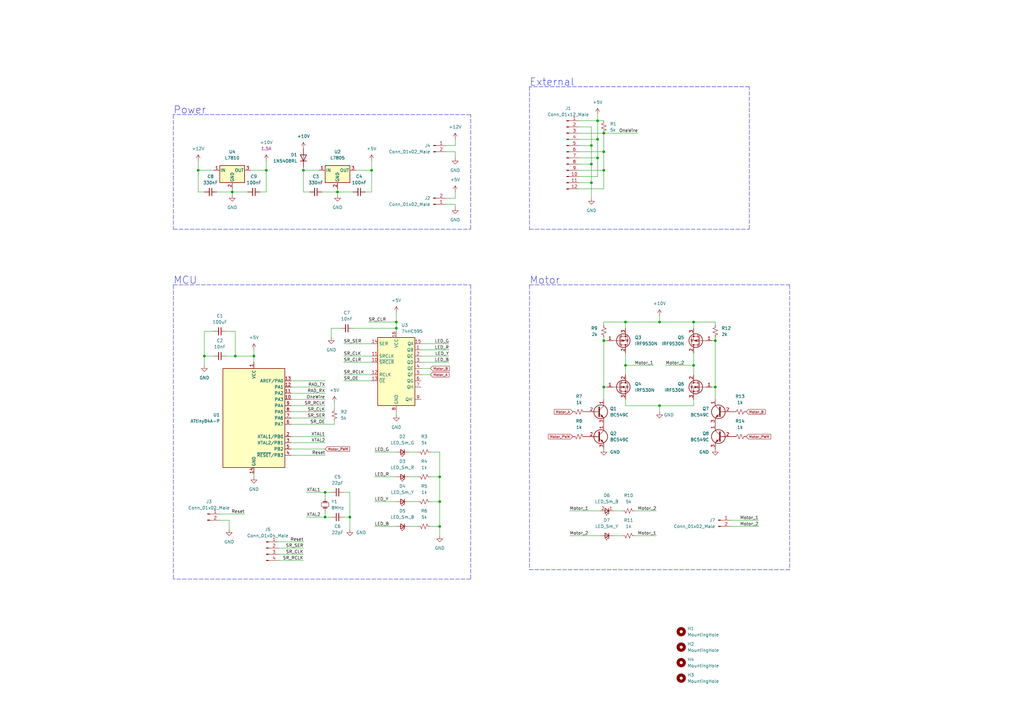
<source format=kicad_sch>
(kicad_sch (version 20211123) (generator eeschema)
  (paper "A3")
  (lib_symbols
    (symbol "74xx:74HC595"
      (property "Reference" "U" (at -7.62 13.97 0))
      (property "Value" "74HC595" (at -7.62 -16.51 0))
      (symbol "74HC595_1_0"
        (pin tri_state line (at 10.16 7.62 180) (length 2.54) (name "QB") (number "1"))
        (pin input line (at -10.16 2.54 0) (length 2.54) (name "~{SRCLR}") (number "10"))
        (pin input line (at -10.16 5.08 0) (length 2.54) (name "SRCLK") (number "11"))
        (pin input line (at -10.16 -2.54 0) (length 2.54) (name "RCLK") (number "12"))
        (pin input line (at -10.16 -5.08 0) (length 2.54) (name "~{OE}") (number "13"))
        (pin input line (at -10.16 10.16 0) (length 2.54) (name "SER") (number "14"))
        (pin tri_state line (at 10.16 10.16 180) (length 2.54) (name "QA") (number "15"))
        (pin power_in line (at 0 15.24 270) (length 2.54) (name "VCC") (number "16"))
        (pin tri_state line (at 10.16 5.08 180) (length 2.54) (name "QC") (number "2"))
        (pin tri_state line (at 10.16 2.54 180) (length 2.54) (name "QD") (number "3"))
        (pin tri_state line (at 10.16 0 180) (length 2.54) (name "QE") (number "4"))
        (pin tri_state line (at 10.16 -2.54 180) (length 2.54) (name "QF") (number "5"))
        (pin tri_state line (at 10.16 -5.08 180) (length 2.54) (name "QG") (number "6"))
        (pin tri_state line (at 10.16 -7.62 180) (length 2.54) (name "QH") (number "7"))
        (pin power_in line (at 0 -17.78 90) (length 2.54) (name "GND") (number "8"))
        (pin output line (at 10.16 -12.7 180) (length 2.54) (name "QH'") (number "9"))
      )
      (symbol "74HC595_1_1"
        (rectangle (start -7.62 12.7) (end 7.62 -15.24) (stroke (width 0.254)) (fill (type background)))
      )
    )
    (symbol "Connector:Conn_01x02_Male" (pin_names (offset 1.016) hide)
      (property "Reference" "J" (at 0 2.54 0))
      (property "Value" "Conn_01x02_Male" (at 0 -5.08 0))
      (symbol "Conn_01x02_Male_1_1"
        (polyline (pts (xy 1.27 -2.54) (xy 0.8636 -2.54)) (stroke (width 0.1524)))
        (polyline (pts (xy 1.27 0) (xy 0.8636 0)) (stroke (width 0.1524)))
        (rectangle (start 0.8636 -2.413) (end 0 -2.667) (stroke (width 0.1524)) (fill (type outline)))
        (rectangle (start 0.8636 0.127) (end 0 -0.127) (stroke (width 0.1524)) (fill (type outline)))
        (pin passive line (at 5.08 0 180) (length 3.81) (name "Pin_1") (number "1"))
        (pin passive line (at 5.08 -2.54 180) (length 3.81) (name "Pin_2") (number "2"))
      )
    )
    (symbol "Connector:Conn_01x04_Male" (pin_names (offset 1.016) hide)
      (property "Reference" "J" (at 0 5.08 0))
      (property "Value" "Conn_01x04_Male" (at 0 -7.62 0))
      (symbol "Conn_01x04_Male_1_1"
        (polyline (pts (xy 1.27 -5.08) (xy 0.8636 -5.08)) (stroke (width 0.1524)))
        (polyline (pts (xy 1.27 -2.54) (xy 0.8636 -2.54)) (stroke (width 0.1524)))
        (polyline (pts (xy 1.27 0) (xy 0.8636 0)) (stroke (width 0.1524)))
        (polyline (pts (xy 1.27 2.54) (xy 0.8636 2.54)) (stroke (width 0.1524)))
        (rectangle (start 0.8636 -4.953) (end 0 -5.207) (stroke (width 0.1524)) (fill (type outline)))
        (rectangle (start 0.8636 -2.413) (end 0 -2.667) (stroke (width 0.1524)) (fill (type outline)))
        (rectangle (start 0.8636 0.127) (end 0 -0.127) (stroke (width 0.1524)) (fill (type outline)))
        (rectangle (start 0.8636 2.667) (end 0 2.413) (stroke (width 0.1524)) (fill (type outline)))
        (pin passive line (at 5.08 2.54 180) (length 3.81) (name "Pin_1") (number "1"))
        (pin passive line (at 5.08 0 180) (length 3.81) (name "Pin_2") (number "2"))
        (pin passive line (at 5.08 -2.54 180) (length 3.81) (name "Pin_3") (number "3"))
        (pin passive line (at 5.08 -5.08 180) (length 3.81) (name "Pin_4") (number "4"))
      )
    )
    (symbol "Connector:Conn_01x12_Male" (pin_names (offset 1.016) hide)
      (property "Reference" "J" (at 0 15.24 0))
      (property "Value" "Conn_01x12_Male" (at 0 -17.78 0))
      (symbol "Conn_01x12_Male_1_1"
        (polyline (pts (xy 1.27 -15.24) (xy 0.8636 -15.24)) (stroke (width 0.1524)))
        (polyline (pts (xy 1.27 -12.7) (xy 0.8636 -12.7)) (stroke (width 0.1524)))
        (polyline (pts (xy 1.27 -10.16) (xy 0.8636 -10.16)) (stroke (width 0.1524)))
        (polyline (pts (xy 1.27 -7.62) (xy 0.8636 -7.62)) (stroke (width 0.1524)))
        (polyline (pts (xy 1.27 -5.08) (xy 0.8636 -5.08)) (stroke (width 0.1524)))
        (polyline (pts (xy 1.27 -2.54) (xy 0.8636 -2.54)) (stroke (width 0.1524)))
        (polyline (pts (xy 1.27 0) (xy 0.8636 0)) (stroke (width 0.1524)))
        (polyline (pts (xy 1.27 2.54) (xy 0.8636 2.54)) (stroke (width 0.1524)))
        (polyline (pts (xy 1.27 5.08) (xy 0.8636 5.08)) (stroke (width 0.1524)))
        (polyline (pts (xy 1.27 7.62) (xy 0.8636 7.62)) (stroke (width 0.1524)))
        (polyline (pts (xy 1.27 10.16) (xy 0.8636 10.16)) (stroke (width 0.1524)))
        (polyline (pts (xy 1.27 12.7) (xy 0.8636 12.7)) (stroke (width 0.1524)))
        (rectangle (start 0.8636 -15.113) (end 0 -15.367) (stroke (width 0.1524)) (fill (type outline)))
        (rectangle (start 0.8636 -12.573) (end 0 -12.827) (stroke (width 0.1524)) (fill (type outline)))
        (rectangle (start 0.8636 -10.033) (end 0 -10.287) (stroke (width 0.1524)) (fill (type outline)))
        (rectangle (start 0.8636 -7.493) (end 0 -7.747) (stroke (width 0.1524)) (fill (type outline)))
        (rectangle (start 0.8636 -4.953) (end 0 -5.207) (stroke (width 0.1524)) (fill (type outline)))
        (rectangle (start 0.8636 -2.413) (end 0 -2.667) (stroke (width 0.1524)) (fill (type outline)))
        (rectangle (start 0.8636 0.127) (end 0 -0.127) (stroke (width 0.1524)) (fill (type outline)))
        (rectangle (start 0.8636 2.667) (end 0 2.413) (stroke (width 0.1524)) (fill (type outline)))
        (rectangle (start 0.8636 5.207) (end 0 4.953) (stroke (width 0.1524)) (fill (type outline)))
        (rectangle (start 0.8636 7.747) (end 0 7.493) (stroke (width 0.1524)) (fill (type outline)))
        (rectangle (start 0.8636 10.287) (end 0 10.033) (stroke (width 0.1524)) (fill (type outline)))
        (rectangle (start 0.8636 12.827) (end 0 12.573) (stroke (width 0.1524)) (fill (type outline)))
        (pin passive line (at 5.08 12.7 180) (length 3.81) (name "Pin_1") (number "1"))
        (pin passive line (at 5.08 -10.16 180) (length 3.81) (name "Pin_10") (number "10"))
        (pin passive line (at 5.08 -12.7 180) (length 3.81) (name "Pin_11") (number "11"))
        (pin passive line (at 5.08 -15.24 180) (length 3.81) (name "Pin_12") (number "12"))
        (pin passive line (at 5.08 10.16 180) (length 3.81) (name "Pin_2") (number "2"))
        (pin passive line (at 5.08 7.62 180) (length 3.81) (name "Pin_3") (number "3"))
        (pin passive line (at 5.08 5.08 180) (length 3.81) (name "Pin_4") (number "4"))
        (pin passive line (at 5.08 2.54 180) (length 3.81) (name "Pin_5") (number "5"))
        (pin passive line (at 5.08 0 180) (length 3.81) (name "Pin_6") (number "6"))
        (pin passive line (at 5.08 -2.54 180) (length 3.81) (name "Pin_7") (number "7"))
        (pin passive line (at 5.08 -5.08 180) (length 3.81) (name "Pin_8") (number "8"))
        (pin passive line (at 5.08 -7.62 180) (length 3.81) (name "Pin_9") (number "9"))
      )
    )
    (symbol "Device:C_Small" (pin_numbers hide) (pin_names (offset 0.254) hide)
      (property "Reference" "C" (at 0.254 1.778 0))
      (property "Value" "C_Small" (at 0.254 -2.032 0))
      (symbol "C_Small_0_1"
        (polyline (pts (xy -1.524 -0.508) (xy 1.524 -0.508)) (stroke (width 0.3302)))
        (polyline (pts (xy -1.524 0.508) (xy 1.524 0.508)) (stroke (width 0.3048)))
      )
      (symbol "C_Small_1_1"
        (pin passive line (at 0 2.54 270) (length 2.032) (name "~") (number "1"))
        (pin passive line (at 0 -2.54 90) (length 2.032) (name "~") (number "2"))
      )
    )
    (symbol "Device:Crystal_Small" (pin_numbers hide) (pin_names (offset 1.016) hide)
      (property "Reference" "Y" (at 0 2.54 0))
      (property "Value" "Crystal_Small" (at 0 -2.54 0))
      (symbol "Crystal_Small_0_1"
        (rectangle (start -0.762 -1.524) (end 0.762 1.524))
        (polyline (pts (xy -1.27 -0.762) (xy -1.27 0.762)) (stroke (width 0.381)))
        (polyline (pts (xy 1.27 -0.762) (xy 1.27 0.762)) (stroke (width 0.381)))
      )
      (symbol "Crystal_Small_1_1"
        (pin passive line (at -2.54 0 0) (length 1.27) (name "1") (number "1"))
        (pin passive line (at 2.54 0 180) (length 1.27) (name "2") (number "2"))
      )
    )
    (symbol "Device:D" (pin_numbers hide) (pin_names (offset 1.016) hide)
      (property "Reference" "D" (at 0 2.54 0))
      (property "Value" "D" (at 0 -2.54 0))
      (symbol "D_0_1"
        (polyline (pts (xy -1.27 1.27) (xy -1.27 -1.27)) (stroke (width 0.254)))
        (polyline (pts (xy 1.27 0) (xy -1.27 0)))
        (polyline (pts (xy 1.27 1.27) (xy 1.27 -1.27) (xy -1.27 0) (xy 1.27 1.27)) (stroke (width 0.254)))
      )
      (symbol "D_1_1"
        (pin passive line (at -3.81 0 0) (length 2.54) (name "K") (number "1"))
        (pin passive line (at 3.81 0 180) (length 2.54) (name "A") (number "2"))
      )
    )
    (symbol "Device:LED_Small" (pin_numbers hide) (pin_names (offset 0.254) hide)
      (property "Reference" "D" (at -1.27 3.175 0))
      (property "Value" "LED_Small" (at -4.445 -2.54 0))
      (symbol "LED_Small_0_1"
        (polyline (pts (xy -0.762 -1.016) (xy -0.762 1.016)) (stroke (width 0.254)))
        (polyline (pts (xy 1.016 0) (xy -0.762 0)))
        (polyline (pts (xy 0.762 -1.016) (xy -0.762 0) (xy 0.762 1.016) (xy 0.762 -1.016)) (stroke (width 0.254)))
        (polyline (pts (xy 0 0.762) (xy -0.508 1.27) (xy -0.254 1.27) (xy -0.508 1.27) (xy -0.508 1.016)))
        (polyline (pts (xy 0.508 1.27) (xy 0 1.778) (xy 0.254 1.778) (xy 0 1.778) (xy 0 1.524)))
      )
      (symbol "LED_Small_1_1"
        (pin passive line (at -2.54 0 0) (length 1.778) (name "K") (number "1"))
        (pin passive line (at 2.54 0 180) (length 1.778) (name "A") (number "2"))
      )
    )
    (symbol "Device:R_Small_US" (pin_numbers hide) (pin_names (offset 0.254) hide)
      (property "Reference" "R" (at 0.762 0.508 0))
      (property "Value" "R_Small_US" (at 0.762 -1.016 0))
      (symbol "R_Small_US_1_1"
        (polyline (pts (xy 0 0) (xy 1.016 -0.381) (xy 0 -0.762) (xy -1.016 -1.143) (xy 0 -1.524)))
        (polyline (pts (xy 0 1.524) (xy 1.016 1.143) (xy 0 0.762) (xy -1.016 0.381) (xy 0 0)))
        (pin passive line (at 0 2.54 270) (length 1.016) (name "~") (number "1"))
        (pin passive line (at 0 -2.54 90) (length 1.016) (name "~") (number "2"))
      )
    )
    (symbol "LED_Small_1" (pin_names (offset 0.254) hide)
      (property "Reference" "D" (at -1.27 3.175 0))
      (property "Value" "LED_Small_1" (at -4.445 -2.54 0))
      (symbol "LED_Small_1_0_1"
        (polyline (pts (xy -0.762 -1.016) (xy -0.762 1.016)) (stroke (width 0.254)))
        (polyline (pts (xy 1.016 0) (xy -0.762 0)))
        (polyline (pts (xy 0.762 -1.016) (xy -0.762 0) (xy 0.762 1.016) (xy 0.762 -1.016)) (stroke (width 0.254)))
        (polyline (pts (xy 0 0.762) (xy -0.508 1.27) (xy -0.254 1.27) (xy -0.508 1.27) (xy -0.508 1.016)))
        (polyline (pts (xy 0.508 1.27) (xy 0 1.778) (xy 0.254 1.778) (xy 0 1.778) (xy 0 1.524)))
      )
      (symbol "LED_Small_1_1_1"
        (pin passive line (at -2.54 0 0) (length 1.778) (name "K") (number "1"))
        (pin passive line (at 2.54 0 180) (length 1.778) (name "A") (number "2"))
      )
    )
    (symbol "MCU_Microchip_ATtiny:ATtiny84A-P"
      (property "Reference" "U" (at -12.7 21.59 0))
      (property "Value" "ATtiny84A-P" (at 2.54 -21.59 0))
      (symbol "ATtiny84A-P_0_1"
        (rectangle (start -12.7 -20.32) (end 12.7 20.32) (stroke (width 0.254)) (fill (type background)))
      )
      (symbol "ATtiny84A-P_1_1"
        (pin power_in line (at 0 22.86 270) (length 2.54) (name "VCC") (number "1"))
        (pin bidirectional line (at 15.24 7.62 180) (length 2.54) (name "PA3") (number "10"))
        (pin bidirectional line (at 15.24 10.16 180) (length 2.54) (name "PA2") (number "11"))
        (pin bidirectional line (at 15.24 12.7 180) (length 2.54) (name "PA1") (number "12"))
        (pin bidirectional line (at 15.24 15.24 180) (length 2.54) (name "AREF/PA0") (number "13"))
        (pin power_in line (at 0 -22.86 90) (length 2.54) (name "GND") (number "14"))
        (pin bidirectional line (at 15.24 -7.62 180) (length 2.54) (name "XTAL1/PB0") (number "2"))
        (pin bidirectional line (at 15.24 -10.16 180) (length 2.54) (name "XTAL2/PB1") (number "3"))
        (pin bidirectional line (at 15.24 -15.24 180) (length 2.54) (name "~{RESET}/PB3") (number "4"))
        (pin bidirectional line (at 15.24 -12.7 180) (length 2.54) (name "PB2") (number "5"))
        (pin bidirectional line (at 15.24 -2.54 180) (length 2.54) (name "PA7") (number "6"))
        (pin bidirectional line (at 15.24 0 180) (length 2.54) (name "PA6") (number "7"))
        (pin bidirectional line (at 15.24 2.54 180) (length 2.54) (name "PA5") (number "8"))
        (pin bidirectional line (at 15.24 5.08 180) (length 2.54) (name "PA4") (number "9"))
      )
    )
    (symbol "Mechanical:MountingHole" (pin_names (offset 1.016))
      (property "Reference" "H" (at 0 5.08 0))
      (property "Value" "MountingHole" (at 0 3.175 0))
      (symbol "MountingHole_0_1"
        (circle (center 0 0) (radius 1.27) (stroke (width 1.27)))
      )
    )
    (symbol "Regulator_Linear:L7805" (pin_names (offset 0.254))
      (property "Reference" "U" (at -3.81 3.175 0))
      (property "Value" "L7805" (at 0 3.175 0))
      (symbol "L7805_0_1"
        (rectangle (start -5.08 1.905) (end 5.08 -5.08) (stroke (width 0.254)) (fill (type background)))
      )
      (symbol "L7805_1_1"
        (pin power_in line (at -7.62 0 0) (length 2.54) (name "IN") (number "1"))
        (pin power_in line (at 0 -7.62 90) (length 2.54) (name "GND") (number "2"))
        (pin power_out line (at 7.62 0 180) (length 2.54) (name "OUT") (number "3"))
      )
    )
    (symbol "Transistor_BJT:BC549" (pin_names (offset 0) hide)
      (property "Reference" "Q" (at 5.08 1.905 0))
      (property "Value" "BC549" (at 5.08 0 0))
      (symbol "BC549_0_1"
        (polyline (pts (xy 0 0) (xy 0.635 0)))
        (polyline (pts (xy 0.635 0.635) (xy 2.54 2.54)))
        (polyline (pts (xy 0.635 -0.635) (xy 2.54 -2.54) (xy 2.54 -2.54)))
        (polyline (pts (xy 0.635 1.905) (xy 0.635 -1.905) (xy 0.635 -1.905)) (stroke (width 0.508)))
        (polyline (pts (xy 1.27 -1.778) (xy 1.778 -1.27) (xy 2.286 -2.286) (xy 1.27 -1.778) (xy 1.27 -1.778)) (fill (type outline)))
        (circle (center 1.27 0) (radius 2.8194) (stroke (width 0.254)))
      )
      (symbol "BC549_1_1"
        (pin passive line (at 2.54 5.08 270) (length 2.54) (name "C") (number "1"))
        (pin input line (at -5.08 0 0) (length 5.08) (name "B") (number "2"))
        (pin passive line (at 2.54 -5.08 90) (length 2.54) (name "E") (number "3"))
      )
    )
    (symbol "Transistor_FET:IRF540N" (pin_names hide)
      (property "Reference" "Q" (at 6.35 1.905 0))
      (property "Value" "IRF540N" (at 6.35 0 0))
      (symbol "IRF540N_0_1"
        (polyline (pts (xy 0.254 0) (xy -2.54 0)))
        (polyline (pts (xy 0.254 1.905) (xy 0.254 -1.905)) (stroke (width 0.254)))
        (polyline (pts (xy 0.762 -1.27) (xy 0.762 -2.286)) (stroke (width 0.254)))
        (polyline (pts (xy 0.762 0.508) (xy 0.762 -0.508)) (stroke (width 0.254)))
        (polyline (pts (xy 0.762 2.286) (xy 0.762 1.27)) (stroke (width 0.254)))
        (polyline (pts (xy 2.54 2.54) (xy 2.54 1.778)))
        (polyline (pts (xy 2.54 -2.54) (xy 2.54 0) (xy 0.762 0)))
        (polyline (pts (xy 0.762 -1.778) (xy 3.302 -1.778) (xy 3.302 1.778) (xy 0.762 1.778)))
        (polyline (pts (xy 1.016 0) (xy 2.032 0.381) (xy 2.032 -0.381) (xy 1.016 0)) (fill (type outline)))
        (polyline (pts (xy 2.794 0.508) (xy 2.921 0.381) (xy 3.683 0.381) (xy 3.81 0.254)))
        (polyline (pts (xy 3.302 0.381) (xy 2.921 -0.254) (xy 3.683 -0.254) (xy 3.302 0.381)))
        (circle (center 1.651 0) (radius 2.794) (stroke (width 0.254)))
        (circle (center 2.54 -1.778) (radius 0.254) (fill (type outline)))
        (circle (center 2.54 1.778) (radius 0.254) (fill (type outline)))
      )
      (symbol "IRF540N_1_1"
        (pin input line (at -5.08 0 0) (length 2.54) (name "G") (number "1"))
        (pin passive line (at 2.54 5.08 270) (length 2.54) (name "D") (number "2"))
        (pin passive line (at 2.54 -5.08 90) (length 2.54) (name "S") (number "3"))
      )
    )
    (symbol "Transistor_FET:IRF9540N" (pin_names hide)
      (property "Reference" "Q" (at 5.08 1.905 0))
      (property "Value" "IRF9540N" (at 5.08 0 0))
      (symbol "IRF9540N_0_1"
        (polyline (pts (xy 0.254 0) (xy -2.54 0)))
        (polyline (pts (xy 0.254 1.905) (xy 0.254 -1.905)) (stroke (width 0.254)))
        (polyline (pts (xy 0.762 -1.27) (xy 0.762 -2.286)) (stroke (width 0.254)))
        (polyline (pts (xy 0.762 0.508) (xy 0.762 -0.508)) (stroke (width 0.254)))
        (polyline (pts (xy 0.762 2.286) (xy 0.762 1.27)) (stroke (width 0.254)))
        (polyline (pts (xy 2.54 2.54) (xy 2.54 1.778)))
        (polyline (pts (xy 2.54 -2.54) (xy 2.54 0) (xy 0.762 0)))
        (polyline (pts (xy 0.762 1.778) (xy 3.302 1.778) (xy 3.302 -1.778) (xy 0.762 -1.778)))
        (polyline (pts (xy 2.286 0) (xy 1.27 0.381) (xy 1.27 -0.381) (xy 2.286 0)) (fill (type outline)))
        (polyline (pts (xy 2.794 -0.508) (xy 2.921 -0.381) (xy 3.683 -0.381) (xy 3.81 -0.254)))
        (polyline (pts (xy 3.302 -0.381) (xy 2.921 0.254) (xy 3.683 0.254) (xy 3.302 -0.381)))
        (circle (center 1.651 0) (radius 2.794) (stroke (width 0.254)))
        (circle (center 2.54 -1.778) (radius 0.254) (fill (type outline)))
        (circle (center 2.54 1.778) (radius 0.254) (fill (type outline)))
      )
      (symbol "IRF9540N_1_1"
        (pin input line (at -5.08 0 0) (length 2.54) (name "G") (number "1"))
        (pin passive line (at 2.54 5.08 270) (length 2.54) (name "D") (number "2"))
        (pin passive line (at 2.54 -5.08 90) (length 2.54) (name "S") (number "3"))
      )
    )
    (symbol "power:+10V" (power) (pin_names (offset 0))
      (property "Value" "+10V" (at 0 3.556 0))
      (symbol "+10V_0_1"
        (polyline (pts (xy -0.762 1.27) (xy 0 2.54)))
        (polyline (pts (xy 0 0) (xy 0 2.54)))
        (polyline (pts (xy 0 2.54) (xy 0.762 1.27)))
      )
      (symbol "+10V_1_1"
        (pin power_in line (at 0 0 90) (length 0) hide (name "+10V") (number "1"))
      )
    )
    (symbol "power:+12V" (power) (pin_names (offset 0))
      (property "Value" "+12V" (at 0 3.556 0))
      (symbol "+12V_0_1"
        (polyline (pts (xy -0.762 1.27) (xy 0 2.54)))
        (polyline (pts (xy 0 0) (xy 0 2.54)))
        (polyline (pts (xy 0 2.54) (xy 0.762 1.27)))
      )
      (symbol "+12V_1_1"
        (pin power_in line (at 0 0 90) (length 0) hide (name "+12V") (number "1"))
      )
    )
    (symbol "power:+5V" (power) (pin_names (offset 0))
      (property "Value" "+5V" (at 0 3.556 0))
      (symbol "+5V_0_1"
        (polyline (pts (xy -0.762 1.27) (xy 0 2.54)))
        (polyline (pts (xy 0 0) (xy 0 2.54)))
        (polyline (pts (xy 0 2.54) (xy 0.762 1.27)))
      )
      (symbol "+5V_1_1"
        (pin power_in line (at 0 0 90) (length 0) hide (name "+5V") (number "1"))
      )
    )
    (symbol "power:GND" (power) (pin_names (offset 0))
      (property "Value" "GND" (at 0 -3.81 0))
      (symbol "GND_0_1"
        (polyline (pts (xy 0 0) (xy 0 -1.27) (xy 1.27 -1.27) (xy 0 -2.54) (xy -1.27 -1.27) (xy 0 -1.27)))
      )
      (symbol "GND_1_1"
        (pin power_in line (at 0 0 270) (length 0) hide (name "GND") (number "1"))
      )
    )
  )
  (junction (at 242.57 74.93))
  (junction (at 138.43 78.74))
  (junction (at 247.65 158.75))
  (junction (at 162.56 134.62))
  (junction (at 242.57 67.31))
  (junction (at 270.51 166.37))
  (junction (at 256.54 149.86))
  (junction (at 247.65 62.23))
  (junction (at 95.25 78.74))
  (junction (at 133.35 201.93))
  (junction (at 270.51 132.08))
  (junction (at 152.4 69.85))
  (junction (at 162.56 132.08))
  (junction (at 256.54 132.08))
  (junction (at 109.22 69.85))
  (junction (at 104.14 146.05))
  (junction (at 247.65 139.7))
  (junction (at 245.11 49.53))
  (junction (at 96.52 146.05))
  (junction (at 143.51 212.09))
  (junction (at 124.46 69.85))
  (junction (at 180.34 215.9))
  (junction (at 133.35 212.09))
  (junction (at 81.28 69.85))
  (junction (at 284.48 149.86))
  (junction (at 83.82 146.05))
  (junction (at 293.37 139.7))
  (junction (at 180.34 205.74))
  (junction (at 245.11 57.15))
  (junction (at 247.65 54.61))
  (junction (at 293.37 158.75))
  (junction (at 284.48 132.08))
  (junction (at 180.34 195.58))
  (junction (at 245.11 64.77))
  (junction (at 242.57 59.69))
  (junction (at 247.65 69.85))
  (wire (pts (xy 180.34 215.9) (xy 180.34 205.74)))
  (wire (pts (xy 119.38 179.07) (xy 133.35 179.07)))
  (polyline (pts (xy 193.04 237.49) (xy 71.12 237.49)))
  (wire (pts (xy 83.82 146.05) (xy 87.63 146.05)))
  (wire (pts (xy 245.11 57.15) (xy 245.11 64.77)))
  (wire (pts (xy 256.54 166.37) (xy 270.51 166.37)))
  (wire (pts (xy 242.57 59.69) (xy 237.49 59.69)))
  (wire (pts (xy 251.46 219.71) (xy 255.27 219.71)))
  (wire (pts (xy 152.4 156.21) (xy 140.97 156.21)))
  (wire (pts (xy 293.37 158.75) (xy 292.1 158.75)))
  (wire (pts (xy 119.38 184.15) (xy 133.35 184.15)))
  (wire (pts (xy 242.57 59.69) (xy 242.57 52.07)))
  (wire (pts (xy 247.65 139.7) (xy 247.65 158.75)))
  (wire (pts (xy 237.49 77.47) (xy 247.65 77.47)))
  (wire (pts (xy 247.65 132.08) (xy 247.65 133.35)))
  (wire (pts (xy 137.16 165.1) (xy 137.16 167.64)))
  (wire (pts (xy 119.38 173.99) (xy 137.16 173.99)))
  (wire (pts (xy 284.48 149.86) (xy 284.48 153.67)))
  (wire (pts (xy 260.35 219.71) (xy 269.24 219.71)))
  (wire (pts (xy 284.48 144.78) (xy 284.48 149.86)))
  (wire (pts (xy 242.57 74.93) (xy 237.49 74.93)))
  (wire (pts (xy 293.37 138.43) (xy 293.37 139.7)))
  (wire (pts (xy 119.38 156.21) (xy 133.35 156.21)))
  (wire (pts (xy 172.72 146.05) (xy 184.15 146.05)))
  (wire (pts (xy 251.46 209.55) (xy 255.27 209.55)))
  (wire (pts (xy 152.4 69.85) (xy 152.4 78.74)))
  (wire (pts (xy 256.54 149.86) (xy 267.97 149.86)))
  (wire (pts (xy 81.28 78.74) (xy 83.82 78.74)))
  (wire (pts (xy 186.69 62.23) (xy 182.88 62.23)))
  (wire (pts (xy 119.38 168.91) (xy 133.35 168.91)))
  (wire (pts (xy 284.48 149.86) (xy 273.05 149.86)))
  (wire (pts (xy 186.69 78.74) (xy 186.69 81.28)))
  (wire (pts (xy 162.56 128.27) (xy 162.56 132.08)))
  (wire (pts (xy 88.9 78.74) (xy 95.25 78.74)))
  (wire (pts (xy 92.71 146.05) (xy 96.52 146.05)))
  (wire (pts (xy 247.65 158.75) (xy 247.65 163.83)))
  (wire (pts (xy 167.64 215.9) (xy 171.45 215.9)))
  (wire (pts (xy 135.89 134.62) (xy 135.89 138.43)))
  (wire (pts (xy 104.14 146.05) (xy 104.14 148.59)))
  (wire (pts (xy 293.37 132.08) (xy 293.37 133.35)))
  (wire (pts (xy 180.34 195.58) (xy 180.34 185.42)))
  (wire (pts (xy 153.67 205.74) (xy 162.56 205.74)))
  (wire (pts (xy 152.4 153.67) (xy 140.97 153.67)))
  (wire (pts (xy 96.52 146.05) (xy 104.14 146.05)))
  (wire (pts (xy 125.73 212.09) (xy 133.35 212.09)))
  (polyline (pts (xy 323.85 116.84) (xy 323.85 233.68)))
  (wire (pts (xy 299.72 215.9) (xy 311.15 215.9)))
  (wire (pts (xy 270.51 132.08) (xy 284.48 132.08)))
  (wire (pts (xy 119.38 186.69) (xy 133.35 186.69)))
  (wire (pts (xy 176.53 215.9) (xy 180.34 215.9)))
  (wire (pts (xy 140.97 201.93) (xy 143.51 201.93)))
  (wire (pts (xy 299.72 213.36) (xy 311.15 213.36)))
  (polyline (pts (xy 323.85 233.68) (xy 217.17 233.68)))
  (wire (pts (xy 172.72 153.67) (xy 176.53 153.67)))
  (wire (pts (xy 247.65 158.75) (xy 248.92 158.75)))
  (wire (pts (xy 270.51 129.54) (xy 270.51 132.08)))
  (wire (pts (xy 133.35 209.55) (xy 133.35 212.09)))
  (polyline (pts (xy 71.12 116.84) (xy 193.04 116.84)))
  (wire (pts (xy 260.35 209.55) (xy 269.24 209.55)))
  (wire (pts (xy 284.48 163.83) (xy 284.48 166.37)))
  (polyline (pts (xy 71.12 46.99) (xy 71.12 93.98)))
  (polyline (pts (xy 217.17 116.84) (xy 323.85 116.84)))
  (wire (pts (xy 172.72 143.51) (xy 184.15 143.51)))
  (wire (pts (xy 256.54 132.08) (xy 270.51 132.08)))
  (wire (pts (xy 186.69 59.69) (xy 182.88 59.69)))
  (wire (pts (xy 152.4 146.05) (xy 140.97 146.05)))
  (wire (pts (xy 124.46 78.74) (xy 127 78.74)))
  (wire (pts (xy 109.22 69.85) (xy 102.87 69.85)))
  (wire (pts (xy 284.48 132.08) (xy 284.48 134.62)))
  (wire (pts (xy 95.25 78.74) (xy 101.6 78.74)))
  (wire (pts (xy 104.14 143.51) (xy 104.14 146.05)))
  (polyline (pts (xy 193.04 46.99) (xy 71.12 46.99)))
  (wire (pts (xy 143.51 212.09) (xy 143.51 217.17)))
  (wire (pts (xy 114.3 229.87) (xy 124.46 229.87)))
  (polyline (pts (xy 193.04 93.98) (xy 193.04 46.99)))
  (wire (pts (xy 245.11 64.77) (xy 245.11 72.39)))
  (wire (pts (xy 180.34 205.74) (xy 180.34 195.58)))
  (wire (pts (xy 124.46 69.85) (xy 124.46 78.74)))
  (wire (pts (xy 114.3 222.25) (xy 124.46 222.25)))
  (wire (pts (xy 233.68 219.71) (xy 246.38 219.71)))
  (wire (pts (xy 245.11 46.99) (xy 245.11 49.53)))
  (wire (pts (xy 242.57 74.93) (xy 242.57 67.31)))
  (wire (pts (xy 90.17 210.82) (xy 100.33 210.82)))
  (wire (pts (xy 152.4 140.97) (xy 140.97 140.97)))
  (wire (pts (xy 247.65 69.85) (xy 247.65 77.47)))
  (wire (pts (xy 153.67 195.58) (xy 162.56 195.58)))
  (wire (pts (xy 167.64 185.42) (xy 171.45 185.42)))
  (wire (pts (xy 119.38 166.37) (xy 133.35 166.37)))
  (wire (pts (xy 233.68 209.55) (xy 246.38 209.55)))
  (wire (pts (xy 95.25 77.47) (xy 95.25 78.74)))
  (wire (pts (xy 186.69 81.28) (xy 182.88 81.28)))
  (wire (pts (xy 119.38 171.45) (xy 133.35 171.45)))
  (wire (pts (xy 109.22 69.85) (xy 109.22 78.74)))
  (wire (pts (xy 172.72 151.13) (xy 176.53 151.13)))
  (wire (pts (xy 133.35 201.93) (xy 133.35 204.47)))
  (wire (pts (xy 152.4 69.85) (xy 146.05 69.85)))
  (wire (pts (xy 247.65 62.23) (xy 247.65 69.85)))
  (wire (pts (xy 293.37 139.7) (xy 292.1 139.7)))
  (wire (pts (xy 104.14 194.31) (xy 104.14 195.58)))
  (wire (pts (xy 83.82 146.05) (xy 83.82 149.86)))
  (wire (pts (xy 176.53 195.58) (xy 180.34 195.58)))
  (wire (pts (xy 119.38 158.75) (xy 133.35 158.75)))
  (wire (pts (xy 124.46 69.85) (xy 130.81 69.85)))
  (wire (pts (xy 138.43 78.74) (xy 138.43 80.01)))
  (wire (pts (xy 162.56 134.62) (xy 162.56 135.89)))
  (wire (pts (xy 144.78 134.62) (xy 162.56 134.62)))
  (wire (pts (xy 184.15 148.59) (xy 172.72 148.59)))
  (wire (pts (xy 132.08 78.74) (xy 138.43 78.74)))
  (wire (pts (xy 237.49 72.39) (xy 245.11 72.39)))
  (wire (pts (xy 114.3 227.33) (xy 124.46 227.33)))
  (polyline (pts (xy 217.17 35.56) (xy 217.17 93.98)))
  (wire (pts (xy 152.4 148.59) (xy 140.97 148.59)))
  (wire (pts (xy 162.56 168.91) (xy 162.56 170.18)))
  (wire (pts (xy 242.57 67.31) (xy 242.57 59.69)))
  (wire (pts (xy 186.69 64.77) (xy 186.69 62.23)))
  (wire (pts (xy 270.51 166.37) (xy 270.51 168.91)))
  (wire (pts (xy 176.53 205.74) (xy 180.34 205.74)))
  (wire (pts (xy 135.89 134.62) (xy 139.7 134.62)))
  (wire (pts (xy 93.98 217.17) (xy 93.98 213.36)))
  (wire (pts (xy 256.54 166.37) (xy 256.54 163.83)))
  (wire (pts (xy 81.28 69.85) (xy 87.63 69.85)))
  (polyline (pts (xy 217.17 116.84) (xy 217.17 233.68)))
  (wire (pts (xy 93.98 213.36) (xy 90.17 213.36)))
  (wire (pts (xy 245.11 49.53) (xy 245.11 57.15)))
  (wire (pts (xy 293.37 132.08) (xy 284.48 132.08)))
  (wire (pts (xy 247.65 138.43) (xy 247.65 139.7)))
  (polyline (pts (xy 193.04 116.84) (xy 193.04 237.49)))
  (wire (pts (xy 237.49 69.85) (xy 247.65 69.85)))
  (wire (pts (xy 83.82 135.89) (xy 83.82 146.05)))
  (wire (pts (xy 167.64 195.58) (xy 171.45 195.58)))
  (wire (pts (xy 247.65 139.7) (xy 248.92 139.7)))
  (wire (pts (xy 133.35 212.09) (xy 135.89 212.09)))
  (wire (pts (xy 256.54 144.78) (xy 256.54 149.86)))
  (wire (pts (xy 153.67 185.42) (xy 162.56 185.42)))
  (wire (pts (xy 270.51 166.37) (xy 284.48 166.37)))
  (wire (pts (xy 237.49 62.23) (xy 247.65 62.23)))
  (wire (pts (xy 180.34 219.71) (xy 180.34 215.9)))
  (wire (pts (xy 242.57 67.31) (xy 237.49 67.31)))
  (wire (pts (xy 140.97 212.09) (xy 143.51 212.09)))
  (polyline (pts (xy 71.12 93.98) (xy 193.04 93.98)))
  (polyline (pts (xy 217.17 93.98) (xy 307.34 93.98)))
  (wire (pts (xy 87.63 135.89) (xy 83.82 135.89)))
  (wire (pts (xy 172.72 140.97) (xy 184.15 140.97)))
  (wire (pts (xy 109.22 66.04) (xy 109.22 69.85)))
  (wire (pts (xy 149.86 78.74) (xy 152.4 78.74)))
  (polyline (pts (xy 307.34 35.56) (xy 217.17 35.56)))
  (wire (pts (xy 162.56 132.08) (xy 151.13 132.08)))
  (wire (pts (xy 182.88 83.82) (xy 186.69 83.82)))
  (wire (pts (xy 245.11 64.77) (xy 237.49 64.77)))
  (wire (pts (xy 293.37 158.75) (xy 293.37 163.83)))
  (wire (pts (xy 81.28 66.04) (xy 81.28 69.85)))
  (wire (pts (xy 124.46 68.58) (xy 124.46 69.85)))
  (wire (pts (xy 137.16 172.72) (xy 137.16 173.99)))
  (wire (pts (xy 81.28 69.85) (xy 81.28 78.74)))
  (wire (pts (xy 114.3 224.79) (xy 124.46 224.79)))
  (wire (pts (xy 186.69 83.82) (xy 186.69 85.09)))
  (wire (pts (xy 138.43 78.74) (xy 144.78 78.74)))
  (wire (pts (xy 138.43 77.47) (xy 138.43 78.74)))
  (wire (pts (xy 152.4 66.04) (xy 152.4 69.85)))
  (wire (pts (xy 180.34 185.42) (xy 176.53 185.42)))
  (polyline (pts (xy 71.12 116.84) (xy 71.12 237.49)))
  (wire (pts (xy 247.65 54.61) (xy 261.62 54.61)))
  (wire (pts (xy 247.65 132.08) (xy 256.54 132.08)))
  (wire (pts (xy 256.54 149.86) (xy 256.54 153.67)))
  (wire (pts (xy 106.68 78.74) (xy 109.22 78.74)))
  (wire (pts (xy 245.11 49.53) (xy 237.49 49.53)))
  (wire (pts (xy 119.38 161.29) (xy 133.35 161.29)))
  (wire (pts (xy 247.65 49.53) (xy 245.11 49.53)))
  (wire (pts (xy 186.69 57.15) (xy 186.69 59.69)))
  (wire (pts (xy 242.57 52.07) (xy 237.49 52.07)))
  (wire (pts (xy 119.38 163.83) (xy 133.35 163.83)))
  (wire (pts (xy 95.25 78.74) (xy 95.25 80.01)))
  (wire (pts (xy 245.11 57.15) (xy 237.49 57.15)))
  (wire (pts (xy 247.65 62.23) (xy 247.65 54.61)))
  (wire (pts (xy 237.49 54.61) (xy 247.65 54.61)))
  (wire (pts (xy 133.35 201.93) (xy 135.89 201.93)))
  (wire (pts (xy 256.54 134.62) (xy 256.54 132.08)))
  (wire (pts (xy 242.57 81.28) (xy 242.57 74.93)))
  (wire (pts (xy 125.73 201.93) (xy 133.35 201.93)))
  (wire (pts (xy 96.52 135.89) (xy 96.52 146.05)))
  (wire (pts (xy 167.64 205.74) (xy 171.45 205.74)))
  (wire (pts (xy 293.37 139.7) (xy 293.37 158.75)))
  (wire (pts (xy 92.71 135.89) (xy 96.52 135.89)))
  (wire (pts (xy 143.51 201.93) (xy 143.51 212.09)))
  (wire (pts (xy 162.56 132.08) (xy 162.56 134.62)))
  (wire (pts (xy 153.67 215.9) (xy 162.56 215.9)))
  (wire (pts (xy 119.38 181.61) (xy 133.35 181.61)))
  (polyline (pts (xy 307.34 93.98) (xy 307.34 35.56)))
  (text "Motor" (at 217.17 116.84 0) (effects (font (size 3 3)) (justify left bottom)))
  (text "Power" (at 71.12 46.99 0) (effects (font (size 3 3)) (justify left bottom)))
  (text "MCU" (at 71.12 116.84 0) (effects (font (size 3 3)) (justify left bottom)))
  (text "External" (at 217.17 35.56 0) (effects (font (size 3 3)) (justify left bottom)))
  (label "SR_SER" (at 140.97 140.97 0))
  (label "Motor_2" (at 233.68 219.71 0))
  (label "SR_OE" (at 133.35 173.99 180))
  (label "Motor_1" (at 233.68 209.55 0))
  (label "Motor_2" (at 269.24 209.55 180))
  (label "SR_SER" (at 124.46 224.79 180))
  (label "SR_RCLK" (at 124.46 229.87 180))
  (label "RAD_TX" (at 133.35 158.75 180))
  (label "Motor_1" (at 269.24 219.71 180))
  (label "OneWire" (at 261.62 54.61 180))
  (label "SR_CLK" (at 140.97 146.05 0))
  (label "LED_B" (at 184.15 148.59 180))
  (label "LED_G" (at 184.15 140.97 180))
  (label "LED_G" (at 153.67 185.42 0))
  (label "SR_RCLK" (at 140.97 153.67 0))
  (label "SR_OE" (at 140.97 156.21 0))
  (label "Motor_2" (at 311.15 215.9 180))
  (label "LED_R" (at 153.67 195.58 0))
  (label "RAD_RX" (at 133.35 161.29 180))
  (label "Motor_1" (at 311.15 213.36 180))
  (label "SR_RCLK" (at 133.35 166.37 180))
  (label "SR_CLK" (at 124.46 227.33 180))
  (label "XTAL2" (at 125.73 212.09 0))
  (label "XTAL2" (at 133.35 181.61 180))
  (label "LED_R" (at 184.15 143.51 180))
  (label "XTAL1" (at 133.35 179.07 180))
  (label "SR_CLK" (at 133.35 168.91 180))
  (label "Reset" (at 133.35 186.69 180))
  (label "SR_CLR" (at 151.13 132.08 0))
  (label "SR_CLR" (at 140.97 148.59 0))
  (label "LED_Y" (at 184.15 146.05 180))
  (label "LED_Y" (at 153.67 205.74 0))
  (label "LED_B" (at 153.67 215.9 0))
  (label "Reset" (at 100.33 210.82 180))
  (label "Reset" (at 124.46 222.25 180))
  (label "Motor_2" (at 273.05 149.86 0))
  (label "Motor_1" (at 267.97 149.86 180))
  (label "XTAL1" (at 125.73 201.93 0))
  (label "SR_SER" (at 133.35 171.45 180))
  (label "OneWire" (at 133.35 163.83 180))
  (global_label "Motor_A" (shape input) (at 234.95 168.91 180) (effects (font (size 1 1))) (property "Intersheet References" "${INTERSHEET_REFS}" (effects hide)))
  (global_label "Motor_A" (shape input) (at 176.53 153.67 0) (effects (font (size 1 1))) (property "Intersheet References" "${INTERSHEET_REFS}" (effects hide)))
  (global_label "Motor_PWM" (shape input) (at 306.07 179.07 0) (effects (font (size 1 1))) (property "Intersheet References" "${INTERSHEET_REFS}" (effects hide)))
  (global_label "Motor_PWM" (shape input) (at 133.35 184.15 0) (effects (font (size 1 1))) (property "Intersheet References" "${INTERSHEET_REFS}" (effects hide)))
  (global_label "Motor_B" (shape input) (at 176.53 151.13 0) (effects (font (size 1 1))) (property "Intersheet References" "${INTERSHEET_REFS}" (effects hide)))
  (global_label "Motor_PWM" (shape input) (at 234.95 179.07 180) (effects (font (size 1 1))) (property "Intersheet References" "${INTERSHEET_REFS}" (effects hide)))
  (global_label "Motor_B" (shape input) (at 306.07 168.91 0) (effects (font (size 1 1))) (property "Intersheet References" "${INTERSHEET_REFS}" (effects hide)))
  (symbol (lib_id "Device:R_Small_US") (at 247.65 52.07 0) (mirror y) (unit 1)
    (property "Reference" "R1" (at 250.19 50.7999 0) (effects (justify right)))
    (property "Value" "5k" (at 250.19 53.3399 0) (effects (justify right)))
    (property "Footprint" "Resistor_THT:R_Axial_DIN0204_L3.6mm_D1.6mm_P7.62mm_Horizontal" (effects hide))
  )
  (symbol (lib_id "Mechanical:MountingHole") (at 279.4 278.13 0) (unit 1)
    (property "Reference" "H3" (at 281.94 276.8599 0) (effects (justify left)))
    (property "Value" "MountingHole" (at 281.94 279.3999 0) (effects (justify left)))
    (property "Footprint" "MountingHole:MountingHole_3.2mm_M3" (effects hide))
  )
  (symbol (lib_id "power:GND") (at 293.37 184.15 0) (mirror y) (unit 1)
    (property "Reference" "#PWR0107" (effects hide))
    (property "Value" "GND" (at 290.83 185.4199 0) (effects (justify left)))
  )
  (symbol (lib_id "Device:C_Small") (at 142.24 134.62 270) (unit 1)
    (property "Reference" "C7" (at 142.2336 128.27 90))
    (property "Value" "10nF" (at 142.2336 130.81 90))
    (property "Footprint" "Capacitor_THT:C_Disc_D4.7mm_W2.5mm_P5.00mm" (effects hide))
  )
  (symbol (lib_id "power:+5V") (at 137.16 165.1 0) (mirror y) (unit 1)
    (property "Reference" "#PWR014" (effects hide))
    (property "Value" "+5V" (at 137.16 160.02 0))
  )
  (symbol (lib_id "Regulator_Linear:L7805") (at 138.43 69.85 0) (unit 1)
    (property "Reference" "U2" (at 138.43 62.23 0))
    (property "Value" "L7805" (at 138.43 64.77 0))
    (property "Footprint" "Package_TO_SOT_THT:TO-220-3_Horizontal_TabDown" (effects hide))
    (property "Datasheet" "http://www.st.com/content/ccc/resource/technical/document/datasheet/41/4f/b3/b0/12/d4/47/88/CD00000444.pdf/files/CD00000444.pdf/jcr:content/translations/en.CD00000444.pdf" (effects hide))
  )
  (symbol (lib_name "LED_Small_1") (lib_id "Device:LED_Small") (at 248.92 209.55 180) (unit 1)
    (property "Reference" "D6" (at 248.8565 203.2 0))
    (property "Value" "LED_Sm_B" (at 248.8565 205.74 0))
    (property "Footprint" "LED_THT:LED_D3.0mm" (effects hide))
  )
  (symbol (lib_id "power:GND") (at 83.82 149.86 0) (unit 1)
    (property "Reference" "#PWR08" (effects hide))
    (property "Value" "GND" (at 83.82 154.94 0))
  )
  (symbol (lib_id "Transistor_BJT:BC549") (at 245.11 168.91 0) (unit 1)
    (property "Reference" "Q1" (at 250.19 167.6399 0) (effects (justify left)))
    (property "Value" "BC549C" (at 250.19 170.1799 0) (effects (justify left)))
    (property "Footprint" "Package_TO_SOT_THT:TO-92_Inline" (effects hide))
    (property "Datasheet" "https://www.onsemi.com/pub/Collateral/BC550-D.pdf" (effects hide))
  )
  (symbol (lib_id "power:GND") (at 242.57 81.28 0) (unit 1)
    (property "Reference" "#PWR01" (effects hide))
    (property "Value" "GND" (at 242.57 86.36 0))
  )
  (symbol (lib_id "Device:C_Small") (at 138.43 212.09 90) (unit 1)
    (property "Reference" "C6" (at 138.4363 215.9 90))
    (property "Value" "22pF" (at 138.4363 218.44 90))
    (property "Footprint" "Capacitor_THT:C_Disc_D4.7mm_W2.5mm_P5.00mm" (effects hide))
  )
  (symbol (lib_id "Device:C_Small") (at 90.17 146.05 270) (unit 1)
    (property "Reference" "C2" (at 90.1636 139.7 90))
    (property "Value" "10nF" (at 90.1636 142.24 90))
    (property "Footprint" "Capacitor_THT:C_Disc_D4.7mm_W2.5mm_P5.00mm" (effects hide))
  )
  (symbol (lib_id "power:+10V") (at 109.22 66.04 0) (unit 1)
    (property "Reference" "#PWR0108" (effects hide))
    (property "Value" "+10V" (at 109.22 58.42 0))
    (property "Ic" "1.5A" (at 109.22 60.96 0))
  )
  (symbol (lib_id "Device:C_Small") (at 138.43 201.93 90) (unit 1)
    (property "Reference" "C5" (at 138.4363 195.58 90))
    (property "Value" "22pF" (at 138.4363 198.12 90))
    (property "Footprint" "Capacitor_THT:C_Disc_D4.7mm_W2.5mm_P5.00mm" (effects hide))
  )
  (symbol (lib_id "Device:R_Small_US") (at 257.81 209.55 270) (mirror x) (unit 1)
    (property "Reference" "R10" (at 257.81 203.2 90))
    (property "Value" "5k" (at 257.81 205.74 90))
    (property "Footprint" "Resistor_THT:R_Axial_DIN0204_L3.6mm_D1.6mm_P7.62mm_Horizontal" (effects hide))
  )
  (symbol (lib_id "Device:D") (at 124.46 64.77 90) (unit 1)
    (property "Reference" "D1" (at 121.92 63.4999 90) (effects (justify left)))
    (property "Value" "1N5408RL" (at 121.92 66.0399 90) (effects (justify left)))
    (property "Footprint" "Diode_THT:D_A-405_P7.62mm_Horizontal" (effects hide))
  )
  (symbol (lib_id "power:GND") (at 186.69 85.09 0) (unit 1)
    (property "Reference" "#PWR0101" (effects hide))
    (property "Value" "GND" (at 186.69 90.17 0))
  )
  (symbol (lib_id "power:GND") (at 247.65 184.15 0) (unit 1)
    (property "Reference" "#PWR0105" (effects hide))
    (property "Value" "GND" (at 250.19 185.4199 0) (effects (justify left)))
  )
  (symbol (lib_id "power:GND") (at 180.34 219.71 0) (unit 1)
    (property "Reference" "#PWR017" (effects hide))
    (property "Value" "GND" (at 180.34 224.79 0))
  )
  (symbol (lib_id "Device:LED_Small") (at 248.92 219.71 180) (unit 1)
    (property "Reference" "D7" (at 248.8565 213.36 0))
    (property "Value" "LED_Sm_Y" (at 248.8565 215.9 0))
    (property "Footprint" "LED_THT:LED_D3.0mm" (effects hide))
  )
  (symbol (lib_id "Transistor_BJT:BC549") (at 295.91 168.91 0) (mirror y) (unit 1)
    (property "Reference" "Q7" (at 290.83 167.6399 0) (effects (justify left)))
    (property "Value" "BC549C" (at 290.83 170.1799 0) (effects (justify left)))
    (property "Footprint" "Package_TO_SOT_THT:TO-92_Inline" (effects hide))
    (property "Datasheet" "https://www.onsemi.com/pub/Collateral/BC550-D.pdf" (effects hide))
  )
  (symbol (lib_id "Device:R_Small_US") (at 303.53 179.07 90) (unit 1)
    (property "Reference" "R14" (at 303.53 172.72 90))
    (property "Value" "1k" (at 303.53 175.26 90))
    (property "Footprint" "Resistor_THT:R_Axial_DIN0204_L3.6mm_D1.6mm_P7.62mm_Horizontal" (effects hide))
  )
  (symbol (lib_id "Device:C_Small") (at 129.54 78.74 270) (unit 1)
    (property "Reference" "C3" (at 129.5336 72.39 90))
    (property "Value" "330nF" (at 129.5336 74.93 90))
    (property "Footprint" "Capacitor_THT:C_Disc_D4.7mm_W2.5mm_P5.00mm" (effects hide))
  )
  (symbol (lib_id "Device:R_Small_US") (at 173.99 205.74 270) (mirror x) (unit 1)
    (property "Reference" "R5" (at 173.99 199.39 90))
    (property "Value" "1k" (at 173.99 201.93 90))
    (property "Footprint" "Resistor_THT:R_Axial_DIN0204_L3.6mm_D1.6mm_P7.62mm_Horizontal" (effects hide))
  )
  (symbol (lib_id "power:GND") (at 270.51 168.91 0) (unit 1)
    (property "Reference" "#PWR0106" (effects hide))
    (property "Value" "GND" (at 274.32 170.18 0))
  )
  (symbol (lib_id "Device:R_Small_US") (at 303.53 168.91 90) (unit 1)
    (property "Reference" "R13" (at 303.53 162.56 90))
    (property "Value" "1k" (at 303.53 165.1 90))
    (property "Footprint" "Resistor_THT:R_Axial_DIN0204_L3.6mm_D1.6mm_P7.62mm_Horizontal" (effects hide))
  )
  (symbol (lib_id "Transistor_FET:IRF9540N") (at 287.02 139.7 180) (unit 1)
    (property "Reference" "Q5" (at 280.67 138.4299 0) (effects (justify left)))
    (property "Value" "IRF9530N" (at 280.67 140.9699 0) (effects (justify left)))
    (property "Footprint" "Package_TO_SOT_THT:TO-220-3_Horizontal_TabDown" (effects hide))
    (property "Datasheet" "https://www.infineon.com/dgdl/irf9530npbf.pdf?fileId=5546d462533600a401535611b9931dc1" (effects hide))
  )
  (symbol (lib_id "Device:LED_Small") (at 165.1 185.42 180) (unit 1)
    (property "Reference" "D2" (at 165.0365 179.07 0))
    (property "Value" "LED_Sm_G" (at 165.0365 181.61 0))
    (property "Footprint" "LED_THT:LED_D3.0mm" (effects hide))
  )
  (symbol (lib_id "power:+5V") (at 152.4 66.04 0) (mirror y) (unit 1)
    (property "Reference" "#PWR013" (effects hide))
    (property "Value" "+5V" (at 152.4 60.96 0))
  )
  (symbol (lib_id "Connector:Conn_01x02_Male") (at 177.8 59.69 0) (unit 1)
    (property "Reference" "J4" (at 176.53 59.6899 0) (effects (justify right)))
    (property "Value" "Conn_01x02_Male" (at 176.53 62.2299 0) (effects (justify right)))
    (property "Footprint" "Connector_Molex:Molex_KK-396_A-41791-0002_1x02_P3.96mm_Vertical" (effects hide))
  )
  (symbol (lib_id "power:GND") (at 138.43 80.01 0) (unit 1)
    (property "Reference" "#PWR012" (effects hide))
    (property "Value" "GND" (at 138.43 85.09 0))
  )
  (symbol (lib_id "Device:C_Small") (at 86.36 78.74 270) (unit 1)
    (property "Reference" "C8" (at 86.3536 72.39 90))
    (property "Value" "330nF" (at 86.3536 74.93 90))
    (property "Footprint" "Capacitor_THT:C_Disc_D4.7mm_W2.5mm_P5.00mm" (effects hide))
  )
  (symbol (lib_id "Device:C_Small") (at 90.17 135.89 270) (unit 1)
    (property "Reference" "C1" (at 90.1636 129.54 90))
    (property "Value" "100uF" (at 90.1636 132.08 90))
    (property "Footprint" "Capacitor_THT:C_Radial_D5.0mm_H7.0mm_P2.00mm" (effects hide))
  )
  (symbol (lib_id "Device:R_Small_US") (at 173.99 195.58 270) (mirror x) (unit 1)
    (property "Reference" "R4" (at 173.99 189.23 90))
    (property "Value" "1k" (at 173.99 191.77 90))
    (property "Footprint" "Resistor_THT:R_Axial_DIN0204_L3.6mm_D1.6mm_P7.62mm_Horizontal" (effects hide))
  )
  (symbol (lib_id "Mechanical:MountingHole") (at 279.4 271.78 0) (unit 1)
    (property "Reference" "H4" (at 281.94 270.5099 0) (effects (justify left)))
    (property "Value" "MountingHole" (at 281.94 273.0499 0) (effects (justify left)))
    (property "Footprint" "MountingHole:MountingHole_3.2mm_M3" (effects hide))
  )
  (symbol (lib_id "Device:R_Small_US") (at 173.99 215.9 270) (mirror x) (unit 1)
    (property "Reference" "R6" (at 173.99 209.55 90))
    (property "Value" "5k" (at 173.99 212.09 90))
    (property "Footprint" "Resistor_THT:R_Axial_DIN0204_L3.6mm_D1.6mm_P7.62mm_Horizontal" (effects hide))
  )
  (symbol (lib_id "Device:Crystal_Small") (at 133.35 207.01 270) (unit 1)
    (property "Reference" "Y1" (at 135.89 205.7399 90) (effects (justify left)))
    (property "Value" "8MHz" (at 135.89 208.2799 90) (effects (justify left)))
    (property "Footprint" "Crystal:Crystal_HC49-4H_Vertical" (effects hide))
  )
  (symbol (lib_id "Transistor_BJT:BC549") (at 245.11 179.07 0) (unit 1)
    (property "Reference" "Q2" (at 250.19 177.7999 0) (effects (justify left)))
    (property "Value" "BC549C" (at 250.19 180.3399 0) (effects (justify left)))
    (property "Footprint" "Package_TO_SOT_THT:TO-92_Inline" (effects hide))
    (property "Datasheet" "https://www.onsemi.com/pub/Collateral/BC550-D.pdf" (effects hide))
  )
  (symbol (lib_id "power:GND") (at 104.14 195.58 0) (unit 1)
    (property "Reference" "#PWR011" (effects hide))
    (property "Value" "GND" (at 104.14 200.66 0))
  )
  (symbol (lib_id "power:+5V") (at 162.56 128.27 0) (mirror y) (unit 1)
    (property "Reference" "#PWR018" (effects hide))
    (property "Value" "+5V" (at 162.56 123.19 0))
  )
  (symbol (lib_id "Device:LED_Small") (at 165.1 205.74 180) (unit 1)
    (property "Reference" "D4" (at 165.0365 199.39 0))
    (property "Value" "LED_Sm_Y" (at 165.0365 201.93 0))
    (property "Footprint" "LED_THT:LED_D3.0mm" (effects hide))
  )
  (symbol (lib_id "Connector:Conn_01x02_Male") (at 85.09 210.82 0) (unit 1)
    (property "Reference" "J3" (at 85.725 205.74 0))
    (property "Value" "Conn_01x02_Male" (at 85.725 208.28 0))
    (property "Footprint" "Connector_JST:JST_XH_B2B-XH-A_1x02_P2.50mm_Vertical" (effects hide))
  )
  (symbol (lib_id "power:+10V") (at 270.51 129.54 0) (unit 1)
    (property "Reference" "#PWR0104" (effects hide))
    (property "Value" "+10V" (at 270.51 124.46 0))
  )
  (symbol (lib_id "Regulator_Linear:L7805") (at 95.25 69.85 0) (unit 1)
    (property "Reference" "U4" (at 95.25 62.23 0))
    (property "Value" "L7810" (at 95.25 64.77 0))
    (property "Footprint" "Package_TO_SOT_THT:TO-220-3_Vertical" (effects hide))
    (property "Datasheet" "http://www.st.com/content/ccc/resource/technical/document/datasheet/41/4f/b3/b0/12/d4/47/88/CD00000444.pdf/files/CD00000444.pdf/jcr:content/translations/en.CD00000444.pdf" (effects hide))
  )
  (symbol (lib_id "power:GND") (at 93.98 217.17 0) (unit 1)
    (property "Reference" "#PWR03" (effects hide))
    (property "Value" "GND" (at 93.98 222.25 0))
  )
  (symbol (lib_id "power:+10V") (at 124.46 60.96 0) (unit 1)
    (property "Reference" "#PWR09" (effects hide))
    (property "Value" "+10V" (at 124.46 55.88 0))
  )
  (symbol (lib_id "Mechanical:MountingHole") (at 279.4 265.43 0) (unit 1)
    (property "Reference" "H2" (at 281.94 264.1599 0) (effects (justify left)))
    (property "Value" "MountingHole" (at 281.94 266.6999 0) (effects (justify left)))
    (property "Footprint" "MountingHole:MountingHole_3.2mm_M3" (effects hide))
  )
  (symbol (lib_id "power:GND") (at 135.89 138.43 0) (unit 1)
    (property "Reference" "#PWR016" (effects hide))
    (property "Value" "GND" (at 135.89 143.51 0))
  )
  (symbol (lib_id "MCU_Microchip_ATtiny:ATtiny84A-P") (at 104.14 171.45 0) (unit 1)
    (property "Reference" "U1" (at 90.17 170.1799 0) (effects (justify right)))
    (property "Value" "ATtiny84A-P" (at 90.17 172.7199 0) (effects (justify right)))
    (property "Footprint" "Package_DIP:DIP-14_W7.62mm_Socket" (effects hide))
    (property "Datasheet" "http://ww1.microchip.com/downloads/en/DeviceDoc/doc8183.pdf" (effects hide))
  )
  (symbol (lib_id "Device:R_Small_US") (at 237.49 168.91 270) (mirror x) (unit 1)
    (property "Reference" "R7" (at 237.49 162.56 90))
    (property "Value" "1k" (at 237.49 165.1 90))
    (property "Footprint" "Resistor_THT:R_Axial_DIN0204_L3.6mm_D1.6mm_P7.62mm_Horizontal" (effects hide))
  )
  (symbol (lib_id "Device:C_Small") (at 147.32 78.74 270) (unit 1)
    (property "Reference" "C4" (at 147.3136 72.39 90))
    (property "Value" "100nF" (at 147.3136 74.93 90))
    (property "Footprint" "Capacitor_THT:C_Disc_D4.7mm_W2.5mm_P5.00mm" (effects hide))
  )
  (symbol (lib_id "Device:C_Small") (at 104.14 78.74 270) (unit 1)
    (property "Reference" "C9" (at 104.1336 72.39 90))
    (property "Value" "100nF" (at 104.1336 74.93 90))
    (property "Footprint" "Capacitor_THT:C_Disc_D4.7mm_W2.5mm_P5.00mm" (effects hide))
  )
  (symbol (lib_id "power:GND") (at 143.51 217.17 0) (unit 1)
    (property "Reference" "#PWR015" (effects hide))
    (property "Value" "GND" (at 146.05 218.4399 0) (effects (justify left)))
  )
  (symbol (lib_id "Connector:Conn_01x02_Male") (at 294.64 213.36 0) (unit 1)
    (property "Reference" "J7" (at 293.37 213.3599 0) (effects (justify right)))
    (property "Value" "Conn_01x02_Male" (at 293.37 215.8999 0) (effects (justify right)))
    (property "Footprint" "Connector_Molex:Molex_KK-396_A-41791-0002_1x02_P3.96mm_Vertical" (effects hide))
  )
  (symbol (lib_id "power:+5V") (at 186.69 78.74 0) (mirror y) (unit 1)
    (property "Reference" "#PWR0102" (effects hide))
    (property "Value" "+5V" (at 186.69 73.66 0))
  )
  (symbol (lib_id "Device:LED_Small") (at 165.1 215.9 180) (unit 1)
    (property "Reference" "D5" (at 165.0365 209.55 0))
    (property "Value" "LED_Sm_B" (at 165.0365 212.09 0))
    (property "Footprint" "LED_THT:LED_D3.0mm" (effects hide))
  )
  (symbol (lib_id "Device:LED_Small") (at 165.1 195.58 180) (unit 1)
    (property "Reference" "D3" (at 165.0365 189.23 0))
    (property "Value" "LED_Sm_R" (at 165.0365 191.77 0))
    (property "Footprint" "LED_THT:LED_D3.0mm" (effects hide))
  )
  (symbol (lib_id "Transistor_FET:IRF9540N") (at 254 139.7 0) (mirror x) (unit 1)
    (property "Reference" "Q3" (at 260.35 138.4299 0) (effects (justify left)))
    (property "Value" "IRF9530N" (at 260.35 140.9699 0) (effects (justify left)))
    (property "Footprint" "Package_TO_SOT_THT:TO-220-3_Horizontal_TabDown" (effects hide))
    (property "Datasheet" "https://www.infineon.com/dgdl/irf9530npbf.pdf?fileId=5546d462533600a401535611b9931dc1" (effects hide))
  )
  (symbol (lib_id "power:+5V") (at 104.14 143.51 0) (mirror y) (unit 1)
    (property "Reference" "#PWR010" (effects hide))
    (property "Value" "+5V" (at 104.14 138.43 0))
  )
  (symbol (lib_id "Device:R_Small_US") (at 173.99 185.42 270) (mirror x) (unit 1)
    (property "Reference" "R3" (at 173.99 179.07 90))
    (property "Value" "5k" (at 173.99 181.61 90))
    (property "Footprint" "Resistor_THT:R_Axial_DIN0204_L3.6mm_D1.6mm_P7.62mm_Horizontal" (effects hide))
  )
  (symbol (lib_id "Transistor_BJT:BC549") (at 295.91 179.07 0) (mirror y) (unit 1)
    (property "Reference" "Q8" (at 290.83 177.7999 0) (effects (justify left)))
    (property "Value" "BC549C" (at 290.83 180.3399 0) (effects (justify left)))
    (property "Footprint" "Package_TO_SOT_THT:TO-92_Inline" (effects hide))
    (property "Datasheet" "https://www.onsemi.com/pub/Collateral/BC550-D.pdf" (effects hide))
  )
  (symbol (lib_id "Connector:Conn_01x04_Male") (at 109.22 224.79 0) (unit 1)
    (property "Reference" "J5" (at 109.855 217.17 0))
    (property "Value" "Conn_01x04_Male" (at 109.855 219.71 0))
    (property "Footprint" "Connector_JST:JST_XH_B4B-XH-A_1x04_P2.50mm_Vertical" (effects hide))
  )
  (symbol (lib_id "Device:R_Small_US") (at 137.16 170.18 0) (mirror y) (unit 1)
    (property "Reference" "R2" (at 139.7 168.9099 0) (effects (justify right)))
    (property "Value" "5k" (at 139.7 171.4499 0) (effects (justify right)))
    (property "Footprint" "Resistor_THT:R_Axial_DIN0204_L3.6mm_D1.6mm_P7.62mm_Horizontal" (effects hide))
  )
  (symbol (lib_id "Device:R_Small_US") (at 293.37 135.89 0) (mirror x) (unit 1)
    (property "Reference" "R12" (at 295.91 134.6199 0) (effects (justify left)))
    (property "Value" "2k" (at 295.91 137.1599 0) (effects (justify left)))
    (property "Footprint" "Resistor_THT:R_Axial_DIN0204_L3.6mm_D1.6mm_P7.62mm_Horizontal" (effects hide))
  )
  (symbol (lib_id "Transistor_FET:IRF540N") (at 254 158.75 0) (unit 1)
    (property "Reference" "Q4" (at 260.35 157.4799 0) (effects (justify left)))
    (property "Value" "IRF530N" (at 260.35 160.0199 0) (effects (justify left)))
    (property "Footprint" "Package_TO_SOT_THT:TO-220-3_Horizontal_TabDown" (effects hide))
    (property "Datasheet" "https://www.infineon.com/dgdl/irf530npbf.pdf?fileId=5546d462533600a4015355e386b1199a" (effects hide))
  )
  (symbol (lib_id "power:GND") (at 186.69 64.77 0) (unit 1)
    (property "Reference" "#PWR05" (effects hide))
    (property "Value" "GND" (at 186.69 69.85 0))
  )
  (symbol (lib_id "power:GND") (at 95.25 80.01 0) (unit 1)
    (property "Reference" "#PWR0103" (effects hide))
    (property "Value" "GND" (at 95.25 85.09 0))
  )
  (symbol (lib_id "power:GND") (at 162.56 170.18 0) (unit 1)
    (property "Reference" "#PWR019" (effects hide))
    (property "Value" "GND" (at 162.56 175.26 0))
  )
  (symbol (lib_id "Device:R_Small_US") (at 247.65 135.89 180) (unit 1)
    (property "Reference" "R9" (at 245.11 134.6199 0) (effects (justify left)))
    (property "Value" "2k" (at 245.11 137.1599 0) (effects (justify left)))
    (property "Footprint" "Resistor_THT:R_Axial_DIN0204_L3.6mm_D1.6mm_P7.62mm_Horizontal" (effects hide))
  )
  (symbol (lib_id "power:+12V") (at 81.28 66.04 0) (unit 1)
    (property "Reference" "#PWR0109" (effects hide))
    (property "Value" "+12V" (at 81.28 60.96 0))
  )
  (symbol (lib_id "power:+12V") (at 186.69 57.15 0) (unit 1)
    (property "Reference" "#PWR0110" (effects hide))
    (property "Value" "+12V" (at 186.69 52.07 0))
  )
  (symbol (lib_id "Connector:Conn_01x02_Male") (at 177.8 83.82 0) (mirror x) (unit 1)
    (property "Reference" "J2" (at 176.53 81.2799 0) (effects (justify right)))
    (property "Value" "Conn_01x02_Male" (at 176.53 83.8199 0) (effects (justify right)))
    (property "Footprint" "Connector_JST:JST_XH_B2B-XH-A_1x02_P2.50mm_Vertical" (effects hide))
  )
  (symbol (lib_id "74xx:74HC595") (at 162.56 151.13 0) (unit 1)
    (property "Reference" "U3" (at 164.5794 133.35 0) (effects (justify left)))
    (property "Value" "74HC595" (at 164.5794 135.89 0) (effects (justify left)))
    (property "Footprint" "Package_DIP:DIP-16_W7.62mm_Socket" (effects hide))
    (property "Datasheet" "http://www.ti.com/lit/ds/symlink/sn74hc595.pdf" (effects hide))
  )
  (symbol (lib_id "Transistor_FET:IRF540N") (at 287.02 158.75 0) (mirror y) (unit 1)
    (property "Reference" "Q6" (at 280.67 157.4799 0) (effects (justify left)))
    (property "Value" "IRF530N" (at 280.67 160.0199 0) (effects (justify left)))
    (property "Footprint" "Package_TO_SOT_THT:TO-220-3_Horizontal_TabDown" (effects hide))
    (property "Datasheet" "https://www.infineon.com/dgdl/irf530npbf.pdf?fileId=5546d462533600a4015355e386b1199a" (effects hide))
  )
  (symbol (lib_id "power:+5V") (at 245.11 46.99 0) (mirror y) (unit 1)
    (property "Reference" "#PWR02" (effects hide))
    (property "Value" "+5V" (at 245.11 41.91 0))
  )
  (symbol (lib_id "Connector:Conn_01x12_Male") (at 232.41 62.23 0) (unit 1)
    (property "Reference" "J1" (at 233.045 44.45 0))
    (property "Value" "Conn_01x12_Male" (at 233.045 46.99 0))
    (property "Footprint" "Connector_Molex:Molex_KK-254_AE-6410-12A_1x12_P2.54mm_Vertical" (effects hide))
  )
  (symbol (lib_id "Device:R_Small_US") (at 237.49 179.07 270) (mirror x) (unit 1)
    (property "Reference" "R8" (at 237.49 172.72 90))
    (property "Value" "1k" (at 237.49 175.26 90))
    (property "Footprint" "Resistor_THT:R_Axial_DIN0204_L3.6mm_D1.6mm_P7.62mm_Horizontal" (effects hide))
  )
  (symbol (lib_id "Mechanical:MountingHole") (at 279.4 259.08 0) (unit 1)
    (property "Reference" "H1" (at 281.94 257.8099 0) (effects (justify left)))
    (property "Value" "MountingHole" (at 281.94 260.3499 0) (effects (justify left)))
    (property "Footprint" "MountingHole:MountingHole_3.2mm_M3" (effects hide))
  )
  (symbol (lib_id "Device:R_Small_US") (at 257.81 219.71 270) (mirror x) (unit 1)
    (property "Reference" "R11" (at 257.81 213.36 90))
    (property "Value" "1k" (at 257.81 215.9 90))
    (property "Footprint" "Resistor_THT:R_Axial_DIN0204_L3.6mm_D1.6mm_P7.62mm_Horizontal" (effects hide))
  )
)
</source>
